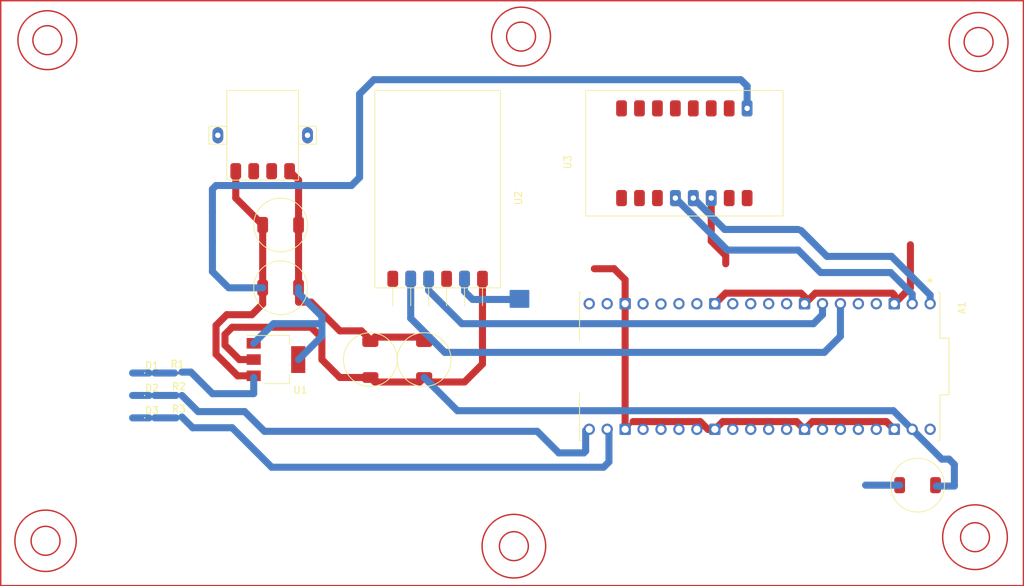
<source format=kicad_pcb>
(kicad_pcb (version 20211014) (generator pcbnew)
  (title_block (title "Tracker_Project by Bogdan"))
  (layers (0 "F.Cu" signal) (31 "B.Cu" signal) (34 "B.Paste" user) (35 "F.Paste" user) (36 "B.SilkS" user "B.Silkscreen") (37 "F.SilkS" user "F.Silkscreen") (38 "B.Mask" user) (39 "F.Mask" user) (44 "Edge.Cuts" user))
  (net 0 "")
  (net 1 "GND")
  (net 2 "/VU1_3V3")
  (net 3 "/Gps_ready")
  (net 4 "/Gsm_received_sent")
  (net 5 "/Vin_5V")
  (net 6 "Net-(A1-Pad1)")
  (net 7 "Net-(A1-Pad2)")
  (net 8 "Net-(A1-Pad6)")
  (net 12 "GND2")
  (net 13 "GND1")
  (footprint "capacitor:cap" (layer "F.Cu") (at 97.79 101.6)
    (fp_text reference "C2" hide)
    (fp_text value "10uF")
    (fp_circle (center 0 0) (end 3.81 0) (layer "F.SilkS") (width 0.12) (fill none))
    (pad "1" smd roundrect (at -2.54 0 90) (size 2.286 1.524) (layers "F.Cu" "F.Paste" "F.Mask") (net 5 "/Vin_5V"))
    (pad "2" smd roundrect (at 2.54 0 90) (size 2.286 1.524) (layers "F.Cu" "F.Paste" "F.Mask") (net 1 "GND"))
  )
  (footprint "capacitor:cap" (layer "F.Cu") (at 97.79 92.71)
    (fp_text reference "C1" hide)
    (fp_text value "10uF")
    (fp_circle (center 0 0) (end 3.81 0) (layer "F.SilkS") (width 0.12) (fill none))
    (pad "1" smd roundrect (at -2.54 0 90) (size 2.286 1.524) (layers "F.Cu" "F.Paste" "F.Mask") (net 5 "/Vin_5V"))
    (pad "2" smd roundrect (at 2.54 0 90) (size 2.286 1.524) (layers "F.Cu" "F.Paste" "F.Mask") (net 1 "GND"))
  )
  (footprint "Resistor_SMD:R_0201_0603Metric_Pad0.64x0.40mm_HandSolder" (layer "F.Cu") (at 83.185 113.665 180)
    (fp_text reference "R1" (at 0 1.27) (layer "F.SilkS"))
    (fp_text value "300Ω" hide)
    (pad "1" smd roundrect (at -0.4075 0 180) (size 0.635 0.4) (layers "F.Cu" "F.Mask") (net 13 "GND1"))
    (pad "2" smd roundrect (at 0.4075 0 180) (size 0.635 0.4) (layers "F.Cu" "F.Mask") (net 13 "GND1"))
  )
  (footprint "capacitor:cap" (layer "F.Cu") (at 118.11 111.76 90)
    (fp_text reference "C3" hide)
    (fp_text value "10uF")
    (fp_circle (center 0 0) (end 3.81 0) (layer "F.SilkS") (width 0.12) (fill none))
    (pad "1" smd roundrect (at -2.54 0 180) (size 2.286 1.524) (layers "F.Cu" "F.Paste" "F.Mask") (net 2 "/VU1_3V3"))
    (pad "2" smd roundrect (at 2.54 0 180) (size 2.286 1.524) (layers "F.Cu" "F.Paste" "F.Mask") (net 1 "GND"))
  )
  (footprint "Raspberry_Pi_Pico_Kicad_Files:MODULE_SC0915" (layer "F.Cu") (at 165.608 112.743 -90)
    (fp_text reference "A1" (at -8.325 -28.635 90) (layer "F.SilkS"))
    (fp_text value "SC0915")
    (fp_line (start -10.5 -25.25) (end -10.5 -25.5) (layer "F.SilkS") (width 0.127))
    (fp_line (start -4 -25.5) (end -4 -26.8) (layer "F.SilkS") (width 0.127))
    (fp_line (start 10.5 25.5) (end 10.5 25.25) (layer "F.SilkS") (width 0.127))
    (fp_line (start 4 -26.8) (end 4 -25.5) (layer "F.SilkS") (width 0.127))
    (fp_line (start 10.5 25.5) (end 3.66 25.5) (layer "F.SilkS") (width 0.127))
    (fp_line (start -4 -26.8) (end 4 -26.8) (layer "F.SilkS") (width 0.127))
    (fp_line (start -3.66 25.5) (end -10.5 25.5) (layer "F.SilkS") (width 0.127))
    (fp_line (start 4 -25.5) (end 10.5 -25.5) (layer "F.SilkS") (width 0.127))
    (fp_line (start -10.5 25.5) (end -10.5 25.25) (layer "F.SilkS") (width 0.127))
    (fp_line (start 10.5 -25.5) (end 10.5 -25.25) (layer "F.SilkS") (width 0.127))
    (fp_line (start -10.5 -25.5) (end -4 -25.5) (layer "F.SilkS") (width 0.127))
    (fp_circle (center -12.19 -24.13) (end -11.99 -24.13) (layer "F.SilkS") (width 0.2) (fill solid))
    (pad "1" thru_hole circle (at -8.89 -24.13 270) (size 1.6 1.6) (drill 1) (layers *.Cu *.Mask) (net 6 "Net-(A1-Pad1)"))
    (pad "2" thru_hole circle (at -8.89 -21.59 270) (size 1.6 1.6) (drill 1) (layers *.Cu *.Mask) (net 7 "Net-(A1-Pad2)"))
    (pad "3" thru_hole roundrect (at -8.89 -19.05 270) (size 1.6 1.6) (drill 1) (layers *.Cu *.Mask) (roundrect_rratio 0.125) (net 8 "Net-(A1-Pad6)"))
    (pad "4" thru_hole circle (at -8.89 -16.51 270) (size 1.6 1.6) (drill 1) (layers *.Cu *.Mask) (net 8 "Net-(A1-Pad6)"))
    (pad "5" thru_hole circle (at -8.89 -13.97 270) (size 1.6 1.6) (drill 1) (layers *.Cu *.Mask) (net 8 "Net-(A1-Pad6)"))
    (pad "6" thru_hole circle (at -8.89 -11.43 270) (size 1.6 1.6) (drill 1) (layers *.Cu *.Mask) (net 8 "Net-(A1-Pad6)"))
    (pad "7" thru_hole circle (at -8.89 -8.89 270) (size 1.6 1.6) (drill 1) (layers *.Cu *.Mask) (net 8 "Net-(A1-Pad6)"))
    (pad "8" thru_hole roundrect (at -8.89 -6.35 270) (size 1.6 1.6) (drill 1) (layers *.Cu *.Mask) (roundrect_rratio 0.125) (net 8 "Net-(A1-Pad6)"))
    (pad "9" thru_hole circle (at -8.89 -3.81 270) (size 1.6 1.6) (drill 1) (layers *.Cu *.Mask) (net 8 "Net-(A1-Pad6)"))
    (pad "10" thru_hole circle (at -8.89 -1.27 270) (size 1.6 1.6) (drill 1) (layers *.Cu *.Mask) (net 8 "Net-(A1-Pad6)"))
    (pad "11" thru_hole circle (at -8.89 1.27 270) (size 1.6 1.6) (drill 1) (layers *.Cu *.Mask) (net 8 "Net-(A1-Pad6)"))
    (pad "12" thru_hole circle (at -8.89 3.81 270) (size 1.6 1.6) (drill 1) (layers *.Cu *.Mask) (net 8 "Net-(A1-Pad6)"))
    (pad "13" thru_hole roundrect (at -8.89 6.35 270) (size 1.6 1.6) (drill 1) (layers *.Cu *.Mask) (roundrect_rratio 0.125) (net 8 "Net-(A1-Pad6)"))
    (pad "14" thru_hole circle (at -8.89 8.89 270) (size 1.6 1.6) (drill 1) (layers *.Cu *.Mask) (net 8 "Net-(A1-Pad6)"))
    (pad "15" thru_hole circle (at -8.89 11.43 270) (size 1.6 1.6) (drill 1) (layers *.Cu *.Mask) (net 8 "Net-(A1-Pad6)"))
    (pad "16" thru_hole circle (at -8.848119 13.97 270) (size 1.6 1.6) (drill 1) (layers *.Cu *.Mask) (net 8 "Net-(A1-Pad6)"))
    (pad "17" thru_hole circle (at -8.89 16.51 270) (size 1.6 1.6) (drill 1) (layers *.Cu *.Mask) (net 8 "Net-(A1-Pad6)"))
    (pad "18" thru_hole roundrect (at -8.89 19.05 270) (size 1.6 1.6) (drill 1) (layers *.Cu *.Mask) (roundrect_rratio 0.125) (net 8 "Net-(A1-Pad6)"))
    (pad "19" thru_hole circle (at -8.89 21.59 270) (size 1.6 1.6) (drill 1) (layers *.Cu *.Mask) (net 8 "Net-(A1-Pad6)"))
    (pad "20" thru_hole circle (at -8.89 24.13 270) (size 1.6 1.6) (drill 1) (layers *.Cu *.Mask) (net 8 "Net-(A1-Pad6)"))
    (pad "21" thru_hole circle (at 8.89 24.13 270) (size 1.6 1.6) (drill 1) (layers *.Cu *.Mask) (net 3 "/Gps_ready"))
    (pad "22" thru_hole circle (at 8.89 21.59 270) (size 1.6 1.6) (drill 1) (layers *.Cu *.Mask) (net 4 "/Gsm_received_sent"))
    (pad "23" thru_hole roundrect (at 8.89 19.05 270) (size 1.6 1.6) (drill 1) (layers *.Cu *.Mask) (roundrect_rratio 0.125) (net 8 "Net-(A1-Pad6)"))
    (pad "24" thru_hole circle (at 8.89 16.51 270) (size 1.6 1.6) (drill 1) (layers *.Cu *.Mask) (net 8 "Net-(A1-Pad6)"))
    (pad "25" thru_hole circle (at 8.89 13.97 270) (size 1.6 1.6) (drill 1) (layers *.Cu *.Mask) (net 8 "Net-(A1-Pad6)"))
    (pad "26" thru_hole circle (at 8.89 11.43 270) (size 1.6 1.6) (drill 1) (layers *.Cu *.Mask) (net 8 "Net-(A1-Pad6)"))
    (pad "27" thru_hole circle (at 8.89 8.89 270) (size 1.6 1.6) (drill 1) (layers *.Cu *.Mask) (net 8 "Net-(A1-Pad6)"))
    (pad "28" thru_hole roundrect (at 8.89 6.35 270) (size 1.6 1.6) (drill 1) (layers *.Cu *.Mask) (roundrect_rratio 0.125) (net 8 "Net-(A1-Pad6)"))
    (pad "29" thru_hole circle (at 8.89 3.81 270) (size 1.6 1.6) (drill 1) (layers *.Cu *.Mask) (net 8 "Net-(A1-Pad6)"))
    (pad "30" thru_hole circle (at 8.89 1.27 270) (size 1.6 1.6) (drill 1) (layers *.Cu *.Mask) (net 8 "Net-(A1-Pad6)"))
    (pad "31" thru_hole circle (at 8.89 -1.27 270) (size 1.6 1.6) (drill 1) (layers *.Cu *.Mask) (net 8 "Net-(A1-Pad6)"))
    (pad "32" thru_hole circle (at 8.89 -3.81 270) (size 1.6 1.6) (drill 1) (layers *.Cu *.Mask) (net 8 "Net-(A1-Pad6)"))
    (pad "33" thru_hole roundrect (at 8.89 -6.35 270) (size 1.6 1.6) (drill 1) (layers *.Cu *.Mask) (roundrect_rratio 0.125) (net 8 "Net-(A1-Pad6)"))
    (pad "34" thru_hole circle (at 8.89 -8.89 270) (size 1.6 1.6) (drill 1) (layers *.Cu *.Mask) (net 8 "Net-(A1-Pad6)"))
    (pad "35" thru_hole circle (at 8.89 -11.43 270) (size 1.6 1.6) (drill 1) (layers *.Cu *.Mask) (net 8 "Net-(A1-Pad6)"))
    (pad "36" thru_hole circle (at 8.89 -13.97 270) (size 1.6 1.6) (drill 1) (layers *.Cu *.Mask) (net 8 "Net-(A1-Pad6)"))
    (pad "37" thru_hole circle (at 8.89 -16.51 270) (size 1.6 1.6) (drill 1) (layers *.Cu *.Mask) (net 8 "Net-(A1-Pad6)"))
    (pad "38" thru_hole roundrect (at 8.89 -19.05 270) (size 1.6 1.6) (drill 1) (layers *.Cu *.Mask) (roundrect_rratio 0.125) (net 8 "Net-(A1-Pad6)"))
    (pad "39" thru_hole circle (at 8.89 -21.59 270) (size 1.6 1.6) (drill 1) (layers *.Cu *.Mask) (net 2 "/VU1_3V3"))
    (pad "40" thru_hole circle (at 8.89 -24.13 270) (size 1.6 1.6) (drill 1) (layers *.Cu *.Mask))
  )
  (footprint "Gsm_GA6:gsm" (layer "F.Cu") (at 151.13 83.82)
    (fp_text reference "U3" (at -12.7 0 90 unlocked) (layer "F.SilkS"))
    (fp_text value "GSM_module")
    (fp_rect (start -10.16 -10.16) (end 17.78 7.62) (layer "F.SilkS") (width 0.12) (fill none))
    (pad "1" smd roundrect (at -5.08 -7.62 90) (size 2.286 1.524) (layers "F.Cu" "F.Paste" "F.Mask"))
    (pad "2" smd roundrect (at -2.54 -7.62 90) (size 2.286 1.524) (layers "F.Cu" "F.Paste" "F.Mask"))
    (pad "3" smd roundrect (at 0 -7.62 90) (size 2.286 1.524) (layers "F.Cu" "F.Paste" "F.Mask"))
    (pad "4" smd roundrect (at 2.54 -7.62 90) (size 2.286 1.524) (layers "F.Cu" "F.Paste" "F.Mask"))
    (pad "5" smd roundrect (at 5.08 -7.62 90) (size 2.286 1.524) (layers "F.Cu" "F.Paste" "F.Mask"))
    (pad "6" smd roundrect (at 7.62 -7.62 90) (size 2.286 1.524) (layers "F.Cu" "F.Paste" "F.Mask"))
    (pad "7" smd roundrect (at 10.16 -7.62 90) (size 2.286 1.524) (layers "F.Cu" "F.Paste" "F.Mask"))
    (pad "8" thru_hole roundrect (at 12.7 -7.62 90) (size 2.286 1.524) (drill 0.762) (layers *.Cu *.Mask) (net 5 "/Vin_5V"))
    (pad "9" smd roundrect (at -5.08 5.08 90) (size 2.286 1.524) (layers "F.Cu" "F.Paste" "F.Mask"))
    (pad "10" smd roundrect (at -2.54 5.08 90) (size 2.286 1.524) (layers "F.Cu" "F.Paste" "F.Mask"))
    (pad "11" smd roundrect (at 0 5.08 90) (size 2.286 1.524) (layers "F.Cu" "F.Paste" "F.Mask"))
    (pad "12" thru_hole roundrect (at 2.54 5.08 90) (size 2.286 1.524) (drill 0.762) (layers *.Cu *.Mask) (net 7 "Net-(A1-Pad2)"))
    (pad "13" thru_hole roundrect (at 5.08 5.08 90) (size 2.286 1.524) (drill 0.762) (layers *.Cu *.Mask) (net 6 "Net-(A1-Pad1)"))
    (pad "14" thru_hole roundrect (at 7.62 5.08 90) (size 2.286 1.524) (drill 0.762) (layers *.Cu *.Mask) (net 12 "GND2"))
    (pad "15" smd roundrect (at 10.16 5.08 90) (size 2.286 1.524) (layers "F.Cu" "F.Paste" "F.Mask"))
    (pad "16" smd roundrect (at 12.7 5.08 90) (size 2.286 1.524) (layers "F.Cu" "F.Paste" "F.Mask"))
  )
  (footprint "LED_SMD:LED_0201_0603Metric_Pad0.64x0.40mm_HandSolder" (layer "F.Cu") (at 79.5775 113.665)
    (fp_text reference "D1" (at 0 -1.05) (layer "F.SilkS"))
    (fp_text value "LED_power")
    (fp_circle (center -1.035 0) (end -0.985 0) (layer "F.SilkS") (width 0.1) (fill none))
    (pad "1" smd roundrect (at -0.4075 0) (size 0.635 0.4) (layers "F.Cu" "F.Mask") (net 13 "GND1"))
    (pad "2" smd roundrect (at 0.4075 0) (size 0.635 0.4) (layers "F.Cu" "F.Mask") (net 13 "GND1"))
  )
  (footprint "PmodGps:gps" (layer "F.Cu") (at 121.285 101.6)
    (fp_text reference "U2" (at 10.16 -12.7 90 unlocked) (layer "F.SilkS"))
    (fp_text value "Pmod_GPS")
    (fp_line (start 0 0) (end 0 2.54) (layer "F.SilkS") (width 0.12))
    (fp_line (start -7.62 0) (end -7.62 2.54) (layer "F.SilkS") (width 0.12))
    (fp_line (start 5.08 0) (end 5.08 2.54) (layer "F.SilkS") (width 0.12))
    (fp_line (start -2.54 0) (end -2.54 2.54) (layer "F.SilkS") (width 0.12))
    (fp_line (start -5.08 0) (end -5.08 2.54) (layer "F.SilkS") (width 0.12))
    (fp_line (start 2.54 0) (end 2.54 2.54) (layer "F.SilkS") (width 0.12))
    (fp_rect (start -10.16 -27.94) (end 7.62 0) (layer "F.SilkS") (width 0.12) (fill none))
    (pad "1" smd roundrect (at -7.62 -1.27 90) (size 2.286 1.524) (layers "F.Cu" "F.Paste" "F.Mask"))
    (pad "2" thru_hole roundrect (at -5.08 -1.27 90) (size 2.286 1.524) (layers *.Cu *.Mask) (net 8 "Net-(A1-Pad6)"))
    (pad "3" thru_hole roundrect (at -2.54 -1.27 90) (size 2.286 1.524) (layers *.Cu *.Mask) (net 8 "Net-(A1-Pad6)"))
    (pad "4" smd roundrect (at 0 -1.27 90) (size 2.286 1.524) (layers "F.Cu" "F.Paste" "F.Mask"))
    (pad "5" thru_hole roundrect (at 2.54 -1.27 90) (size 2.286 1.524) (layers *.Cu *.Mask) (net 12 "GND2"))
    (pad "6" smd roundrect (at 5.08 -1.27 90) (size 2.286 1.524) (layers "F.Cu" "F.Paste" "F.Mask") (net 2 "/VU1_3V3"))
  )
  (footprint "Resistor_SMD:R_0201_0603Metric_Pad0.64x0.40mm_HandSolder" (layer "F.Cu") (at 83.3875 120.015 180)
    (fp_text reference "R3" (at 0 1.27) (layer "F.SilkS"))
    (fp_text value "10kΩ" hide)
    (pad "1" smd roundrect (at -0.4075 0 180) (size 0.635 0.4) (layers "F.Cu" "F.Mask") (net 13 "GND1"))
    (pad "2" smd roundrect (at 0.4075 0 180) (size 0.635 0.4) (layers "F.Cu" "F.Mask") (net 13 "GND1"))
  )
  (footprint "Package_TO_SOT_SMD:SOT-223-3_TabPin2" (layer "F.Cu") (at 97.13 111.76)
    (fp_text reference "U1" (at 3.454 4.318) (layer "F.SilkS"))
    (fp_text value "LD1117S33TR_SOT223" hide)
    (fp_line (start -1.85 3.41) (end 1.91 3.41) (layer "F.SilkS") (width 0.12))
    (fp_line (start 1.91 3.41) (end 1.91 2.15) (layer "F.SilkS") (width 0.12))
    (fp_line (start 1.91 -3.41) (end 1.91 -2.15) (layer "F.SilkS") (width 0.12))
    (fp_line (start -4.1 -3.41) (end 1.91 -3.41) (layer "F.SilkS") (width 0.12))
    (pad "1" smd rect (at -3.15 -2.3) (size 2 1.5) (layers "F.Cu" "F.Paste" "F.Mask") (net 1 "GND"))
    (pad "2" smd rect (at -3.15 0) (size 2 1.5) (layers "F.Cu" "F.Paste" "F.Mask") (net 2 "/VU1_3V3"))
    (pad "2" smd rect (at 3.15 0) (size 2 3.8) (layers "F.Cu" "F.Paste" "F.Mask") (net 1 "GND"))
    (pad "3" smd rect (at -3.15 2.3) (size 2 1.5) (layers "F.Cu" "F.Paste" "F.Mask") (net 5 "/Vin_5V"))
  )
  (footprint "capacitor:cap" (layer "F.Cu") (at 110.49 111.76 90)
    (fp_text reference "C4" hide)
    (fp_text value "10uF")
    (fp_circle (center 0 0) (end 3.81 0) (layer "F.SilkS") (width 0.12) (fill none))
    (pad "1" smd roundrect (at -2.54 0 180) (size 2.286 1.524) (layers "F.Cu" "F.Paste" "F.Mask") (net 2 "/VU1_3V3"))
    (pad "2" smd roundrect (at 2.54 0 180) (size 2.286 1.524) (layers "F.Cu" "F.Paste" "F.Mask") (net 1 "GND"))
  )
  (footprint "Resistor_SMD:R_0201_0603Metric_Pad0.64x0.40mm_HandSolder" (layer "F.Cu") (at 83.3875 116.84 180)
    (fp_text reference "R2" (at 0 1.27) (layer "F.SilkS"))
    (fp_text value "10kΩ" hide)
    (pad "1" smd roundrect (at -0.4075 0 180) (size 0.635 0.4) (layers "F.Cu" "F.Mask") (net 13 "GND1"))
    (pad "2" smd roundrect (at 0.4075 0 180) (size 0.635 0.4) (layers "F.Cu" "F.Mask") (net 13 "GND1"))
  )
  (footprint "LED_SMD:LED_0201_0603Metric_Pad0.64x0.40mm_HandSolder" (layer "F.Cu") (at 79.5775 120.015)
    (fp_text reference "D3" (at 0 -1.05) (layer "F.SilkS"))
    (fp_text value "LED_gsm")
    (fp_circle (center -1.035 0) (end -0.985 0) (layer "F.SilkS") (width 0.1) (fill none))
    (pad "1" smd roundrect (at -0.4075 0) (size 0.635 0.4) (layers "F.Cu" "F.Mask") (net 13 "GND1"))
    (pad "2" smd roundrect (at 0.4075 0) (size 0.635 0.4) (layers "F.Cu" "F.Mask") (net 13 "GND1"))
  )
  (footprint "LED_SMD:LED_0201_0603Metric_Pad0.64x0.40mm_HandSolder" (layer "F.Cu") (at 79.5775 116.84)
    (fp_text reference "D2" (at 0 -1.05) (layer "F.SilkS"))
    (fp_text value "LED_gps")
    (fp_circle (center -1.035 0) (end -0.985 0) (layer "F.SilkS") (width 0.1) (fill none))
    (pad "1" smd roundrect (at -0.4075 0) (size 0.635 0.4) (layers "F.Cu" "F.Mask") (net 13 "GND1"))
    (pad "2" smd roundrect (at 0.4075 0) (size 0.635 0.4) (layers "F.Cu" "F.Mask") (net 13 "GND1"))
  )
  (footprint "capacitor:cap" (layer "F.Cu") (at 187.96 129.54 180)
    (fp_text reference "C5" hide)
    (fp_text value "10uF")
    (fp_circle (center 0 0) (end 3.81 0) (layer "F.SilkS") (width 0.12) (fill none))
    (pad "1" smd roundrect (at -2.54 0 270) (size 2.286 1.524) (layers "F.Cu" "F.Paste" "F.Mask") (net 2 "/VU1_3V3"))
    (pad "2" smd roundrect (at 2.54 0 270) (size 2.286 1.524) (layers "F.Cu" "F.Paste" "F.Mask") (net 12 "GND2"))
  )
  (footprint "usb_connector:USB" (layer "F.Cu") (at 95.25 76.2)
    (fp_text reference "J1" hide)
    (fp_text value "USB_B")
    (fp_rect (start 5.08 2.54) (end 7.62 5.08) (layer "F.SilkS") (width 0.12) (fill none))
    (fp_rect (start -5.08 -2.54) (end 5.08 10.16) (layer "F.SilkS") (width 0.12) (fill none))
    (fp_rect (start -5.08 2.54) (end -7.62 5.08) (layer "F.SilkS") (width 0.12) (fill none))
    (pad "" np_thru_hole oval (at 6.35 3.81 90) (size 2.286 1.524) (drill oval 0.762) (layers F&B.Cu *.Mask))
    (pad "" np_thru_hole oval (at -6.35 3.81 90) (size 2.286 1.524) (drill oval 0.762) (layers F&B.Cu *.Mask))
    (pad "1" smd roundrect (at -3.81 8.89 90) (size 2.286 1.524) (layers "F.Cu" "F.Paste" "F.Mask") (net 5 "/Vin_5V"))
    (pad "2" smd roundrect (at -1.27 8.89 90) (size 2.286 1.524) (layers "F.Cu" "F.Paste" "F.Mask"))
    (pad "3" smd roundrect (at 1.27 8.89 90) (size 2.286 1.524) (layers "F.Cu" "F.Paste" "F.Mask"))
    (pad "4" smd roundrect (at 3.81 8.89 90) (size 2.286 1.524) (layers "F.Cu" "F.Paste" "F.Mask") (net 1 "GND"))
  )
  (gr_circle (center 196.088 136.906) (end 199.898 139.446) (layer "F.Cu") (width 0.2) (fill none))
  (gr_circle (center 196.596 66.802) (end 199.898 69.342) (layer "F.Cu") (width 0.2) (fill none))
  (gr_circle (center 196.596 66.802) (end 198.374 67.818) (layer "F.Cu") (width 0.2) (fill none))
  (gr_circle (center 64.516 137.414) (end 66.294 138.43) (layer "F.Cu") (width 0.2) (fill none))
  (gr_circle (center 196.088 136.906) (end 197.866 137.922) (layer "F.Cu") (width 0.2) (fill none))
  (gr_circle (center 130.81 138.176) (end 132.588 139.192) (layer "F.Cu") (width 0.2) (fill none))
  (gr_circle (center 130.81 138.176) (end 135.128 139.446) (layer "F.Cu") (width 0.2) (fill none))
  (gr_circle (center 64.516 137.414) (end 68.58 138.938) (layer "F.Cu") (width 0.2) (fill none))
  (gr_circle (center 131.826 66.04) (end 135.128 68.58) (layer "F.Cu") (width 0.2) (fill none))
  (gr_rect (start 58.166 60.96) (end 202.946 143.764) (layer "F.Cu") (width 0.2) (fill none))
  (gr_circle (center 64.77 66.548) (end 68.072 69.088) (layer "F.Cu") (width 0.2) (fill none))
  (gr_circle (center 131.826 66.04) (end 133.604 67.056) (layer "F.Cu") (width 0.2) (fill none))
  (gr_circle (center 64.77 66.548) (end 66.548 67.564) (layer "F.Cu") (width 0.2) (fill none))
  (segment (start 85.09 113.538) (end 83.82 113.538) (width 1) (layer "B.Cu") (net 0))
  (segment (start 93.98 116.586) (end 93.98 114.3) (width 1) (layer "B.Cu") (net 0))
  (segment (start 103.632 105.664) (end 100.33 102.362) (width 1) (layer "B.Cu") (net 0))
  (segment (start 100.33 111.76) (end 103.632 108.458) (width 1) (layer "B.Cu") (net 0))
  (segment (start 93.98 116.586) (end 88.138 116.586) (width 1) (layer "B.Cu") (net 0))
  (segment (start 103.632 106.68) (end 103.632 105.664) (width 1) (layer "B.Cu") (net 0))
  (segment (start 93.98 109.474) (end 96.774 106.68) (width 1) (layer "B.Cu") (net 0))
  (segment (start 100.33 102.362) (end 100.33 101.6) (width 1) (layer "B.Cu") (net 0))
  (segment (start 96.774 106.68) (end 103.632 106.68) (width 1) (layer "B.Cu") (net 0))
  (segment (start 103.632 108.458) (end 103.632 106.68) (width 1) (layer "B.Cu") (net 0))
  (segment (start 88.138 116.586) (end 85.09 113.538) (width 1) (layer "B.Cu") (net 0))
  (segment (start 100.33 103.632) (end 102.108 103.632) (width 1) (layer "F.Cu") (net 1))
  (segment (start 109.22 107.696) (end 110.49 108.966) (width 1) (layer "F.Cu") (net 1))
  (segment (start 100.33 86.36) (end 99.06 85.09) (width 1) (layer "F.Cu") (net 1))
  (segment (start 100.33 101.6) (end 100.33 92.71) (width 1) (layer "F.Cu") (net 1))
  (segment (start 110.49 109.22) (end 111.125 108.585) (width 1) (layer "F.Cu") (net 1))
  (segment (start 117.475 108.585) (end 118.11 109.22) (width 1) (layer "F.Cu") (net 1))
  (segment (start 106.172 107.696) (end 109.22 107.696) (width 1) (layer "F.Cu") (net 1))
  (segment (start 110.49 108.966) (end 110.49 109.22) (width 0.25) (layer "F.Cu") (net 1))
  (segment (start 100.33 101.6) (end 100.33 103.632) (width 1) (layer "F.Cu") (net 1))
  (segment (start 100.33 92.71) (end 100.33 86.36) (width 1) (layer "F.Cu") (net 1))
  (segment (start 102.108 103.632) (end 106.172 107.696) (width 1) (layer "F.Cu") (net 1))
  (segment (start 111.125 108.585) (end 117.475 108.585) (width 1) (layer "F.Cu") (net 1))
  (segment (start 123.825 114.935) (end 126.365 112.395) (width 1) (layer "F.Cu") (net 2))
  (segment (start 111.125 114.935) (end 117.475 114.935) (width 1) (layer "F.Cu") (net 2))
  (segment (start 102.108 107.188) (end 90.932 107.188) (width 1) (layer "F.Cu") (net 2))
  (segment (start 118.745 114.935) (end 123.825 114.935) (width 1) (layer "F.Cu") (net 2))
  (segment (start 103.632 111.76) (end 103.632 108.712) (width 1) (layer "F.Cu") (net 2))
  (segment (start 89.916 109.728) (end 91.948 111.76) (width 1) (layer "F.Cu") (net 2))
  (segment (start 90.932 107.188) (end 89.916 108.204) (width 1) (layer "F.Cu") (net 2))
  (segment (start 110.49 114.3) (end 106.172 114.3) (width 1) (layer "F.Cu") (net 2))
  (segment (start 118.11 114.3) (end 118.745 114.935) (width 1) (layer "F.Cu") (net 2))
  (segment (start 103.632 108.712) (end 102.108 107.188) (width 1) (layer "F.Cu") (net 2))
  (segment (start 110.49 114.3) (end 111.125 114.935) (width 1) (layer "F.Cu") (net 2))
  (segment (start 89.916 108.204) (end 89.916 109.728) (width 1) (layer "F.Cu") (net 2))
  (segment (start 106.172 114.3) (end 103.632 111.76) (width 1) (layer "F.Cu") (net 2))
  (segment (start 126.365 112.395) (end 126.365 100.33) (width 1) (layer "F.Cu") (net 2))
  (segment (start 91.948 111.76) (end 93.98 111.76) (width 1) (layer "F.Cu") (net 2))
  (segment (start 117.475 114.935) (end 118.11 114.3) (width 1) (layer "F.Cu") (net 2))
  (segment (start 187.198 121.666) (end 191.389 125.857) (width 1) (layer "B.Cu") (net 2))
  (segment (start 193.167 129.667) (end 190.627 129.667) (width 1) (layer "B.Cu") (net 2))
  (segment (start 191.389 125.857) (end 192.405 125.857) (width 1) (layer "B.Cu") (net 2))
  (segment (start 192.405 125.857) (end 193.167 126.619) (width 1) (layer "B.Cu") (net 2))
  (segment (start 184.531 118.999) (end 187.198 121.666) (width 1) (layer "B.Cu") (net 2))
  (segment (start 190.627 129.667) (end 190.5 129.54) (width 0.25) (layer "B.Cu") (net 2))
  (segment (start 122.809 118.999) (end 184.531 118.999) (width 1) (layer "B.Cu") (net 2))
  (segment (start 118.11 114.3) (end 122.809 118.999) (width 1) (layer "B.Cu") (net 2))
  (segment (start 193.167 126.619) (end 193.167 129.667) (width 1) (layer "B.Cu") (net 2))
  (segment (start 83.82 116.84) (end 86.106 119.126) (width 1) (layer "B.Cu") (net 3))
  (segment (start 140.97 124.714) (end 140.97 121.775) (width 1) (layer "B.Cu") (net 3))
  (segment (start 86.106 119.126) (end 92.71 119.126) (width 1) (layer "B.Cu") (net 3))
  (segment (start 82.98 116.84) (end 79.985 116.84) (width 1) (layer "B.Cu") (net 3))
  (segment (start 79.17 116.84) (end 76.835 116.84) (width 1) (layer "B.Cu") (net 3))
  (segment (start 134.112 121.92) (end 137.16 124.968) (width 1) (layer "B.Cu") (net 3))
  (segment (start 137.16 124.968) (end 140.716 124.968) (width 1) (layer "B.Cu") (net 3))
  (segment (start 140.716 124.968) (end 140.97 124.714) (width 1) (layer "B.Cu") (net 3))
  (segment (start 95.504 121.92) (end 134.112 121.92) (width 1) (layer "B.Cu") (net 3))
  (segment (start 92.71 119.126) (end 95.504 121.92) (width 1) (layer "B.Cu") (net 3))
  (segment (start 82.98 120.015) (end 79.985 120.015) (width 1) (layer "B.Cu") (net 4))
  (segment (start 83.82 119.888) (end 85.344 121.412) (width 1) (layer "B.Cu") (net 4))
  (segment (start 85.344 121.412) (end 90.932 121.412) (width 1) (layer "B.Cu") (net 4))
  (segment (start 96.52 127) (end 143.51 127) (width 1) (layer "B.Cu") (net 4))
  (segment (start 79.17 120.015) (end 76.835 120.015) (width 1) (layer "B.Cu") (net 4))
  (segment (start 144.272 121.478991) (end 144.305496 121.445495) (width 0.25) (layer "B.Cu") (net 4))
  (segment (start 144.272 126.238) (end 144.272 121.478991) (width 1) (layer "B.Cu") (net 4))
  (segment (start 143.51 127) (end 144.272 126.238) (width 1) (layer "B.Cu") (net 4))
  (segment (start 90.932 121.412) (end 96.52 127) (width 1) (layer "B.Cu") (net 4))
  (segment (start 90.17 105.41) (end 88.646 106.934) (width 1) (layer "F.Cu") (net 5))
  (segment (start 91.44 85.09) (end 91.44 88.9) (width 1) (layer "F.Cu") (net 5))
  (segment (start 91.44 88.9) (end 95.25 92.71) (width 1) (layer "F.Cu") (net 5))
  (segment (start 93.726 105.41) (end 90.17 105.41) (width 1) (layer "F.Cu") (net 5))
  (segment (start 95.25 103.886) (end 93.726 105.41) (width 1) (layer "F.Cu") (net 5))
  (segment (start 91.708 114.06) (end 93.98 114.06) (width 1) (layer "F.Cu") (net 5))
  (segment (start 88.646 110.998) (end 91.708 114.06) (width 1) (layer "F.Cu") (net 5))
  (segment (start 95.25 101.6) (end 95.25 103.886) (width 1) (layer "F.Cu") (net 5))
  (segment (start 88.646 106.934) (end 88.646 110.998) (width 1) (layer "F.Cu") (net 5))
  (segment (start 95.25 92.71) (end 95.25 101.6) (width 1) (layer "F.Cu") (net 5))
  (segment (start 88.646 87.122) (end 88.138 87.63) (width 1) (layer "B.Cu") (net 5))
  (segment (start 88.138 99.314) (end 90.17 101.346) (width 1) (layer "B.Cu") (net 5))
  (segment (start 110.998 72.136) (end 108.966 74.168) (width 1) (layer "B.Cu") (net 5))
  (segment (start 163.83 76.2) (end 163.83 73.025) (width 1) (layer "B.Cu") (net 5))
  (segment (start 90.424 101.6) (end 95.25 101.6) (width 1) (layer "B.Cu") (net 5))
  (segment (start 162.814 72.136) (end 110.998 72.136) (width 1) (layer "B.Cu") (net 5))
  (segment (start 108.966 85.979) (end 107.823 87.122) (width 1) (layer "B.Cu") (net 5))
  (segment (start 90.17 101.346) (end 90.424 101.6) (width 0.25) (layer "B.Cu") (net 5))
  (segment (start 88.138 94.996) (end 88.138 99.314) (width 1) (layer "B.Cu") (net 5))
  (segment (start 163.83 73.025) (end 162.941 72.136) (width 1) (layer "B.Cu") (net 5))
  (segment (start 108.966 74.168) (end 108.966 85.979) (width 1) (layer "B.Cu") (net 5))
  (segment (start 88.138 87.63) (end 88.138 90.932) (width 1) (layer "B.Cu") (net 5))
  (segment (start 88.138 90.932) (end 88.138 94.996) (width 1) (layer "B.Cu") (net 5))
  (segment (start 107.823 87.122) (end 88.646 87.122) (width 1) (layer "B.Cu") (net 5))
  (segment (start 171.45 93.472) (end 171.45 93.218) (width 0.25) (layer "B.Cu") (net 6))
  (segment (start 156.21 88.9) (end 160.655 93.345) (width 1) (layer "B.Cu") (net 6))
  (segment (start 174.879 97.155) (end 175.133 97.155) (width 0.5) (layer "B.Cu") (net 6))
  (segment (start 184.277 97.155) (end 189.738 102.616) (width 1) (layer "B.Cu") (net 6))
  (segment (start 175.133 97.155) (end 184.277 97.155) (width 1) (layer "B.Cu") (net 6))
  (segment (start 171.069 93.345) (end 171.196 93.218) (width 0.25) (layer "B.Cu") (net 6))
  (segment (start 189.738 102.616) (end 189.738 103.886) (width 1) (layer "B.Cu") (net 6))
  (segment (start 175.133 97.155) (end 171.45 93.472) (width 1) (layer "B.Cu") (net 6))
  (segment (start 160.655 93.345) (end 171.069 93.345) (width 1) (layer "B.Cu") (net 6))
  (segment (start 187.198 102.489) (end 187.198 103.886) (width 1) (layer "B.Cu") (net 7))
  (segment (start 174.244 99.441) (end 184.15 99.441) (width 1) (layer "B.Cu") (net 7))
  (segment (start 171.069 96.266) (end 174.244 99.441) (width 1) (layer "B.Cu") (net 7))
  (segment (start 184.15 99.441) (end 187.198 102.489) (width 1) (layer "B.Cu") (net 7))
  (segment (start 161.036 96.266) (end 171.069 96.266) (width 1) (layer "B.Cu") (net 7))
  (segment (start 153.67 88.9) (end 161.036 96.266) (width 1) (layer "B.Cu") (net 7))
  (segment (start 146.558 121.666) (end 146.558 103.886) (width 1) (layer "F.Cu") (net 8))
  (segment (start 159.258 103.853) (end 159.291 103.853) (width 0.25) (layer "F.Cu") (net 8))
  (segment (start 160.383 120.541) (end 159.258 121.666) (width 1) (layer "F.Cu") (net 8))
  (segment (start 184.404 102.362) (end 184.658 102.616) (width 1) (layer "F.Cu") (net 8))
  (segment (start 184.658 103.853) (end 186.911 101.6) (width 1) (layer "F.Cu") (net 8))
  (segment (start 184.658 102.616) (end 184.658 103.853) (width 1) (layer "F.Cu") (net 8))
  (segment (start 186.944 101.6) (end 186.944 95.504) (width 1) (layer "F.Cu") (net 8))
  (segment (start 173.083 120.541) (end 171.958 121.666) (width 1) (layer "F.Cu") (net 8))
  (segment (start 146.558 103.886) (end 146.558 100.458) (width 1) (layer "F.Cu") (net 8))
  (segment (start 145 98.9) (end 142.2 98.9) (width 1) (layer "F.Cu") (net 8))
  (segment (start 171.45 102.362) (end 171.958 102.87) (width 1) (layer "F.Cu") (net 8))
  (segment (start 146.558 100.458) (end 145 98.9) (width 1) (layer "F.Cu") (net 8))
  (segment (start 171.991 103.853) (end 173.482 102.362) (width 1) (layer "F.Cu") (net 8))
  (segment (start 184.658 121.666) (end 183.533 120.541) (width 1) (layer "F.Cu") (net 8))
  (segment (start 157.183991 120.541) (end 147.683 120.541) (width 1) (layer "F.Cu") (net 8))
  (segment (start 171.958 121.666) (end 170.833 120.541) (width 1) (layer "F.Cu") (net 8))
  (segment (start 171.958 102.87) (end 171.958 103.853) (width 1) (layer "F.Cu") (net 8))
  (segment (start 147.683 120.541) (end 146.558 121.666) (width 0.5) (layer "F.Cu") (net 8))
  (segment (start 186.911 101.6) (end 186.944 101.6) (width 0.25) (layer "F.Cu") (net 8))
  (segment (start 170.833 120.541) (end 160.383 120.541) (width 1) (layer "F.Cu") (net 8))
  (segment (start 160.782 102.362) (end 171.45 102.362) (width 1) (layer "F.Cu") (net 8))
  (segment (start 171.958 103.853) (end 171.991 103.853) (width 0.25) (layer "F.Cu") (net 8))
  (segment (start 173.482 102.362) (end 184.404 102.362) (width 1) (layer "F.Cu") (net 8))
  (segment (start 158.308991 121.666) (end 157.183991 120.541) (width 1) (layer "F.Cu") (net 8))
  (segment (start 159.291 103.853) (end 160.782 102.362) (width 1) (layer "F.Cu") (net 8))
  (segment (start 183.533 120.541) (end 173.083 120.541) (width 1) (layer "F.Cu") (net 8))
  (segment (start 159.258 121.666) (end 158.308991 121.666) (width 0.25) (layer "F.Cu") (net 8))
  (segment (start 174.498 105.41) (end 173.228 106.68) (width 1) (layer "B.Cu") (net 8))
  (segment (start 177.038 108.458) (end 177.038 103.853) (width 1) (layer "B.Cu") (net 8))
  (segment (start 121.031 110.744) (end 174.752 110.744) (width 1) (layer "B.Cu") (net 8))
  (segment (start 174.498 103.853) (end 174.498 103.886) (width 0.25) (layer "B.Cu") (net 8))
  (segment (start 174.752 110.744) (end 177.038 108.458) (width 1) (layer "B.Cu") (net 8))
  (segment (start 116.205 100.33) (end 116.205 105.918) (width 1) (layer "B.Cu") (net 8))
  (segment (start 174.498 103.853) (end 174.498 105.41) (width 1) (layer "B.Cu") (net 8))
  (segment (start 123.444 106.68) (end 118.745 101.981) (width 1) (layer "B.Cu") (net 8))
  (segment (start 173.228 106.68) (end 123.444 106.68) (width 1) (layer "B.Cu") (net 8))
  (segment (start 118.745 101.981) (end 118.745 100.33) (width 1) (layer "B.Cu") (net 8))
  (segment (start 116.205 105.918) (end 121.031 110.744) (width 1) (layer "B.Cu") (net 8))
  (segment (start 160.8 97.046) (end 160.8 98.2) (width 1) (layer "F.Cu") (net 12))
  (segment (start 158.75 94.996) (end 160.8 97.046) (width 1) (layer "F.Cu") (net 12))
  (segment (start 158.75 88.9) (end 158.75 94.996) (width 1) (layer "F.Cu") (net 12))
  (segment (start 123.825 102.108) (end 124.968 103.251) (width 1) (layer "B.Cu") (net 12))
  (segment (start 124.968 103.251) (end 131.445 103.251) (width 1) (layer "B.Cu") (net 12))
  (segment (start 123.825 100.33) (end 123.825 102.108) (width 1) (layer "B.Cu") (net 12))
  (segment (start 185.42 129.54) (end 180.594 129.54) (width 1) (layer "B.Cu") (net 12))
  (segment (start 131.445 103.251) (end 131.572 103.124) (width 0.25) (layer "B.Cu") (net 12))
  (segment (start 79.17 113.665) (end 76.835 113.665) (width 1) (layer "B.Cu") (net 13))
  (segment (start 79.985 113.665) (end 82.7775 113.665) (width 1) (layer "B.Cu") (net 13))
  (zone (net 12) (net_name "GND2") (layer "B.Cu") (name "GND") (connect_pads (clearance 0.508)) (min_thickness 0.254) (fill yes (thermal_gap 0.508) (thermal_bridge_width 0.508))
    (polygon (pts (xy 133 104.44) (xy 130.206 104.44) (xy 130.206 101.9) (xy 133 101.9)))
  )
)
</source>
